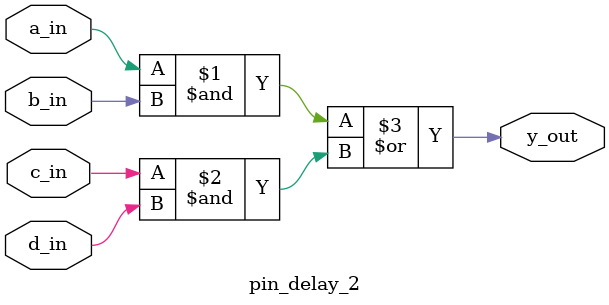
<source format=v>
module pin_delay_2(
    input a_in,b_in,c_in,d_in,
        output y_out
        );  
 assign y_out = (a_in & b_in) | (c_in & d_in);
 
 specify
 specparam delay1 = 2;
 specparam delay2 = 1;
 
 if({a_in, b_in} == 2'b10)
    (a_in, b_in *> y_out) = delay1;
 if({a_in, b_in} == 2'b11)
    (a_in, b_in *> y_out) = delay2;
  if({c_in, d_in} == 2'b11)
    (c_in, d_in *> y_out) = 5;
    
 endspecify
endmodule

</source>
